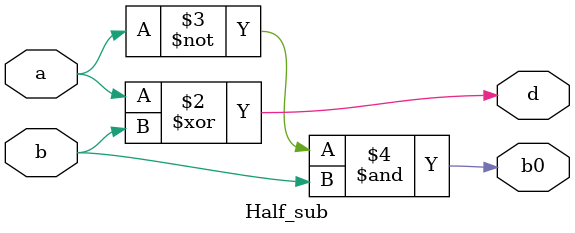
<source format=v>
`timescale 1ns / 1ps
module Half_sub(a,b,d,b0);
	input a,b;
	output d,b0;
	reg d,b0;
always @(a,b)
	begin
	d=a^b;
	b0=(~a)&b;
	end
endmodule

</source>
